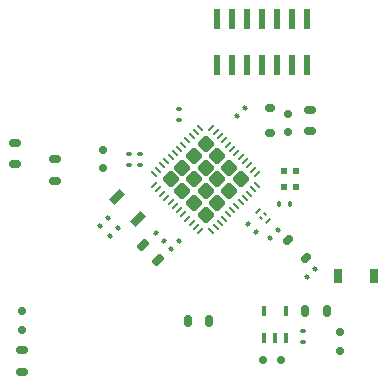
<source format=gbr>
%TF.GenerationSoftware,KiCad,Pcbnew,9.0.0*%
%TF.CreationDate,2025-04-07T16:50:41+02:00*%
%TF.ProjectId,TP_PROJ_S5,54505f50-524f-44a5-9f53-352e6b696361,rev?*%
%TF.SameCoordinates,Original*%
%TF.FileFunction,Paste,Top*%
%TF.FilePolarity,Positive*%
%FSLAX46Y46*%
G04 Gerber Fmt 4.6, Leading zero omitted, Abs format (unit mm)*
G04 Created by KiCad (PCBNEW 9.0.0) date 2025-04-07 16:50:41*
%MOMM*%
%LPD*%
G01*
G04 APERTURE LIST*
G04 Aperture macros list*
%AMRoundRect*
0 Rectangle with rounded corners*
0 $1 Rounding radius*
0 $2 $3 $4 $5 $6 $7 $8 $9 X,Y pos of 4 corners*
0 Add a 4 corners polygon primitive as box body*
4,1,4,$2,$3,$4,$5,$6,$7,$8,$9,$2,$3,0*
0 Add four circle primitives for the rounded corners*
1,1,$1+$1,$2,$3*
1,1,$1+$1,$4,$5*
1,1,$1+$1,$6,$7*
1,1,$1+$1,$8,$9*
0 Add four rect primitives between the rounded corners*
20,1,$1+$1,$2,$3,$4,$5,0*
20,1,$1+$1,$4,$5,$6,$7,0*
20,1,$1+$1,$6,$7,$8,$9,0*
20,1,$1+$1,$8,$9,$2,$3,0*%
%AMRotRect*
0 Rectangle, with rotation*
0 The origin of the aperture is its center*
0 $1 length*
0 $2 width*
0 $3 Rotation angle, in degrees counterclockwise*
0 Add horizontal line*
21,1,$1,$2,0,0,$3*%
G04 Aperture macros list end*
%ADD10RoundRect,0.105000X0.105000X-0.358750X0.105000X0.358750X-0.105000X0.358750X-0.105000X-0.358750X0*%
%ADD11RoundRect,0.153125X0.179375X-0.153125X0.179375X0.153125X-0.179375X0.153125X-0.179375X-0.153125X0*%
%ADD12RoundRect,0.175000X0.315000X-0.183750X0.315000X0.183750X-0.315000X0.183750X-0.315000X-0.183750X0*%
%ADD13RoundRect,0.098000X-0.098000X-0.119000X0.098000X-0.119000X0.098000X0.119000X-0.098000X0.119000X0*%
%ADD14RoundRect,0.098000X-0.014849X0.153442X-0.153442X0.014849X0.014849X-0.153442X0.153442X-0.014849X0*%
%ADD15RotRect,0.195580X0.497840X135.000000*%
%ADD16RotRect,0.177800X0.320040X225.000000*%
%ADD17R,0.490000X0.525000*%
%ADD18RotRect,0.700000X1.260000X135.000000*%
%ADD19RoundRect,0.250000X0.000000X-0.445477X0.445477X0.000000X0.000000X0.445477X-0.445477X0.000000X0*%
%ADD20RoundRect,0.043750X-0.154680X-0.216551X0.216551X0.154680X0.154680X0.216551X-0.216551X-0.154680X0*%
%ADD21RoundRect,0.043750X0.154680X-0.216551X0.216551X-0.154680X-0.154680X0.216551X-0.216551X0.154680X0*%
%ADD22RoundRect,0.175000X-0.315000X0.183750X-0.315000X-0.183750X0.315000X-0.183750X0.315000X0.183750X0*%
%ADD23RoundRect,0.175000X0.183750X0.315000X-0.183750X0.315000X-0.183750X-0.315000X0.183750X-0.315000X0*%
%ADD24RoundRect,0.175000X0.352670X0.092808X0.092808X0.352670X-0.352670X-0.092808X-0.092808X-0.352670X0*%
%ADD25RoundRect,0.175000X-0.183750X-0.315000X0.183750X-0.315000X0.183750X0.315000X-0.183750X0.315000X0*%
%ADD26RoundRect,0.153125X-0.296985X-0.080433X-0.080433X-0.296985X0.296985X0.080433X0.080433X0.296985X0*%
%ADD27RoundRect,0.153125X0.266875X-0.153125X0.266875X0.153125X-0.266875X0.153125X-0.266875X-0.153125X0*%
%ADD28R,0.518000X1.680000*%
%ADD29RoundRect,0.098000X0.119000X-0.098000X0.119000X0.098000X-0.119000X0.098000X-0.119000X-0.098000X0*%
%ADD30RoundRect,0.157500X0.175000X-0.157500X0.175000X0.157500X-0.175000X0.157500X-0.175000X-0.157500X0*%
%ADD31RoundRect,0.098000X0.014849X-0.153442X0.153442X-0.014849X-0.014849X0.153442X-0.153442X0.014849X0*%
%ADD32RoundRect,0.098000X-0.153442X-0.014849X-0.014849X-0.153442X0.153442X0.014849X0.014849X0.153442X0*%
%ADD33RoundRect,0.098000X-0.119000X0.098000X-0.119000X-0.098000X0.119000X-0.098000X0.119000X0.098000X0*%
%ADD34RoundRect,0.157500X-0.157500X-0.175000X0.157500X-0.175000X0.157500X0.175000X-0.157500X0.175000X0*%
%ADD35R,0.746760X1.262380*%
G04 APERTURE END LIST*
D10*
%TO.C,U2*%
X141550001Y-127097500D03*
X142500000Y-127097500D03*
X143449999Y-127097500D03*
X143449999Y-124822500D03*
X141550001Y-124822500D03*
%TD*%
D11*
%TO.C,D2*%
X121050000Y-124874999D03*
X121050000Y-126450001D03*
%TD*%
D12*
%TO.C,R4*%
X121050000Y-128150000D03*
X121050000Y-129975000D03*
%TD*%
%TO.C,R7*%
X120500000Y-110587500D03*
X120500000Y-112412500D03*
%TD*%
D13*
%TO.C,C21*%
X142820000Y-115800000D03*
X143780000Y-115800000D03*
%TD*%
D14*
%TO.C,C20*%
X133710589Y-119619411D03*
X134389411Y-118940589D03*
%TD*%
D15*
%TO.C,U3*%
X141931052Y-117231052D03*
D16*
X141661645Y-116638355D03*
D15*
X141068948Y-116368948D03*
D16*
X141338355Y-116961645D03*
%TD*%
D17*
%TO.C,Y3*%
X143300000Y-112980000D03*
X143300000Y-114330000D03*
X144300000Y-114330000D03*
X144300000Y-112980000D03*
%TD*%
D18*
%TO.C,Y1*%
X130951561Y-117031561D03*
X129148439Y-115228439D03*
%TD*%
D19*
%TO.C,U1*%
X133670101Y-113709899D03*
X134660050Y-114699848D03*
X135650000Y-115689798D03*
X136639949Y-116679747D03*
X134660050Y-112719950D03*
X135650000Y-113709899D03*
X136639949Y-114699848D03*
X137629898Y-115689798D03*
X135650000Y-111730000D03*
X136639949Y-112719950D03*
X137629898Y-113709899D03*
X138619848Y-114699848D03*
X136639949Y-110740051D03*
X137629898Y-111730000D03*
X138619848Y-112719950D03*
X139609797Y-113709899D03*
D20*
X132264726Y-114196035D03*
X132618279Y-114549588D03*
X132971833Y-114903142D03*
X133325386Y-115256695D03*
X133678939Y-115610248D03*
X134032493Y-115963802D03*
X134386046Y-116317355D03*
X134739600Y-116670909D03*
X135093153Y-117024462D03*
X135446706Y-117378015D03*
X135800260Y-117731569D03*
X136153813Y-118085122D03*
D21*
X137126085Y-118085122D03*
X137479638Y-117731569D03*
X137833192Y-117378015D03*
X138186745Y-117024462D03*
X138540298Y-116670909D03*
X138893852Y-116317355D03*
X139247405Y-115963802D03*
X139600959Y-115610248D03*
X139954512Y-115256695D03*
X140308065Y-114903142D03*
X140661619Y-114549588D03*
X141015172Y-114196035D03*
D20*
X141015172Y-113223763D03*
X140661619Y-112870210D03*
X140308065Y-112516656D03*
X139954512Y-112163103D03*
X139600959Y-111809550D03*
X139247405Y-111455996D03*
X138893852Y-111102443D03*
X138540298Y-110748889D03*
X138186745Y-110395336D03*
X137833192Y-110041783D03*
X137479638Y-109688229D03*
X137126085Y-109334676D03*
D21*
X136153813Y-109334676D03*
X135800260Y-109688229D03*
X135446706Y-110041783D03*
X135093153Y-110395336D03*
X134739600Y-110748889D03*
X134386046Y-111102443D03*
X134032493Y-111455996D03*
X133678939Y-111809550D03*
X133325386Y-112163103D03*
X132971833Y-112516656D03*
X132618279Y-112870210D03*
X132264726Y-113223763D03*
%TD*%
D22*
%TO.C,R6*%
X123850000Y-112017500D03*
X123850000Y-113842500D03*
%TD*%
D23*
%TO.C,R5*%
X136962500Y-125730000D03*
X135137500Y-125730000D03*
%TD*%
D22*
%TO.C,R3*%
X145450000Y-107817500D03*
X145450000Y-109642500D03*
%TD*%
D24*
%TO.C,R2*%
X132645235Y-120525235D03*
X131354765Y-119234765D03*
%TD*%
D25*
%TO.C,R1*%
X145050000Y-124810000D03*
X146875000Y-124810000D03*
%TD*%
D26*
%TO.C,L2*%
X143648699Y-118848699D03*
X145151301Y-120351301D03*
%TD*%
D27*
%TO.C,L1*%
X142050000Y-109792500D03*
X142050000Y-107667500D03*
%TD*%
D28*
%TO.C,J1*%
X137630000Y-104030000D03*
X137630000Y-100130000D03*
X138900000Y-104030000D03*
X138900000Y-100130000D03*
X140170000Y-104030000D03*
X140170000Y-100130000D03*
X141440000Y-104030000D03*
X141440000Y-100130000D03*
X142710000Y-104030000D03*
X142710000Y-100130000D03*
X143980000Y-104030000D03*
X143980000Y-100130000D03*
X145250000Y-104030000D03*
X145250000Y-100130000D03*
%TD*%
D11*
%TO.C,D1*%
X148050000Y-128217501D03*
X148050000Y-126642499D03*
%TD*%
D29*
%TO.C,C19*%
X134400000Y-108680000D03*
X134400000Y-107720000D03*
%TD*%
%TO.C,C18*%
X131100000Y-112480000D03*
X131100000Y-111520000D03*
%TD*%
D30*
%TO.C,C17*%
X143650000Y-109705000D03*
X143650000Y-108155000D03*
%TD*%
D31*
%TO.C,C16*%
X139260589Y-108339411D03*
X139939411Y-107660589D03*
%TD*%
D14*
%TO.C,C14*%
X129189411Y-117790589D03*
X128510589Y-118469411D03*
%TD*%
%TO.C,C13*%
X128389411Y-116990589D03*
X127710589Y-117669411D03*
%TD*%
%TO.C,C12*%
X145939411Y-121260589D03*
X145260589Y-121939411D03*
%TD*%
%TO.C,C11*%
X142739411Y-117960589D03*
X142060589Y-118639411D03*
%TD*%
D32*
%TO.C,C6*%
X132410589Y-118240589D03*
X133089411Y-118919411D03*
%TD*%
D29*
%TO.C,C5*%
X130150000Y-112480000D03*
X130150000Y-111520000D03*
%TD*%
D32*
%TO.C,C4*%
X140260589Y-117460589D03*
X140939411Y-118139411D03*
%TD*%
D30*
%TO.C,C3*%
X127950000Y-112775000D03*
X127950000Y-111225000D03*
%TD*%
D33*
%TO.C,C2*%
X144850000Y-126530000D03*
X144850000Y-127490000D03*
%TD*%
D34*
%TO.C,C1*%
X141475000Y-129010000D03*
X143025000Y-129010000D03*
%TD*%
D35*
%TO.C,AE1*%
X147806199Y-121900000D03*
X150854199Y-121900000D03*
%TD*%
M02*

</source>
